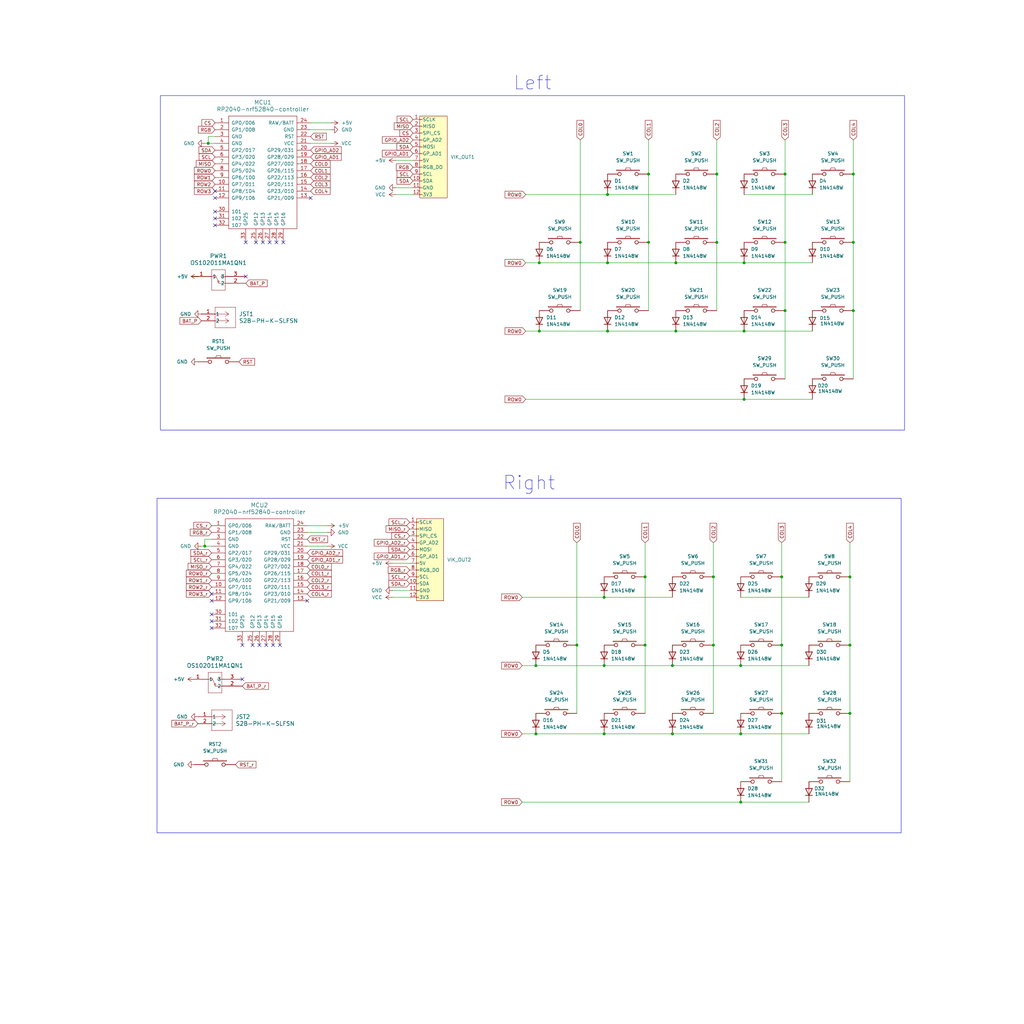
<source format=kicad_sch>
(kicad_sch (version 20231120) (generator "eeschema") (generator_version "8.0")
  (paper "User" 381 381)
  (title_block (title "Whiplaesh") (date "2024-10-21") (rev "0.1") (comment 1 "made by ykz89"))
  (lib_symbols
    (symbol "2024-10-29_23-28-51:OS102011MA1QN1" (pin_names (offset 0.254))
      (property "Reference" "SW" (at 10.16 7.62 0))
      (property "Value" "OS102011MA1QN1" (at 10.16 5.08 0))
      (symbol "OS102011MA1QN1_1_1"
        (pin unspecified line (at 0 0 0) (length 7.62) (name "1") (number "1"))
        (pin unspecified line (at 20.32 -2.54 180) (length 7.62) (name "2") (number "2"))
        (pin unspecified line (at 20.32 0 180) (length 7.62) (name "3") (number "3"))
      )
    )
    (symbol "CONN_S2B-PH-K-S_JST:S2B-PH-K-SLFSN" (pin_names (offset 0.254))
      (property "Reference" "J" (at 8.89 6.35 0))
      (property "Value" "S2B-PH-K-SLFSN" (at 0 0 0))
      (symbol "S2B-PH-K-SLFSN_1_1"
        (pin unspecified line (at 0 0 0) (length 5.08) (name "1") (number "1"))
        (pin unspecified line (at 0 -2.54 0) (length 5.08) (name "2") (number "2"))
      )
    )
    (symbol "Diode:1N4148W" (pin_numbers hide) (pin_names hide)
      (property "Reference" "D" (at 0 2.54 0))
      (property "Value" "1N4148W" (at 0 -2.54 0))
      (symbol "1N4148W_1_1"
        (pin passive line (at -3.81 0 0) (length 2.54) (name "K") (number "1"))
        (pin passive line (at 3.81 0 180) (length 2.54) (name "A") (number "2"))
      )
    )
    (symbol "RP2040-nrf52840-controller:RP2040-nrf52840-controller" (pin_names (offset 1.016))
      (property "Reference" "U" (at 0 22.86 0))
      (property "Value" "RP2040-nrf52840-controller" (at 0 2.54 90))
      (symbol "RP2040-nrf52840-controller_1_1"
        (pin input line (at -17.78 17.78 0) (length 5.08) (name "GP0/006") (number "1"))
        (pin input line (at -17.78 -5.08 0) (length 5.08) (name "GP7/011") (number "10"))
        (pin input line (at -17.78 -7.62 0) (length 5.08) (name "GP8/104") (number "11"))
        (pin input line (at -17.78 -10.16 0) (length 5.08) (name "GP9/106") (number "12"))
        (pin input line (at 17.78 -10.16 180) (length 5.08) (name "GP21/009") (number "13"))
        (pin input line (at 17.78 -7.62 180) (length 5.08) (name "GP23/010") (number "14"))
        (pin input line (at 17.78 -5.08 180) (length 5.08) (name "GP20/111") (number "15"))
        (pin input line (at 17.78 -2.54 180) (length 5.08) (name "GP22/113") (number "16"))
        (pin input line (at 17.78 0 180) (length 5.08) (name "GP26/115") (number "17"))
        (pin input line (at 17.78 2.54 180) (length 5.08) (name "GP27/002") (number "18"))
        (pin input line (at 17.78 5.08 180) (length 5.08) (name "GP28/029") (number "19"))
        (pin input line (at -17.78 15.24 0) (length 5.08) (name "GP1/008") (number "2"))
        (pin input line (at 17.78 7.62 180) (length 5.08) (name "GP29/031") (number "20"))
        (pin input line (at 17.78 10.16 180) (length 5.08) (name "VCC") (number "21"))
        (pin input line (at 17.78 12.7 180) (length 5.08) (name "RST") (number "22"))
        (pin input line (at 17.78 15.24 180) (length 5.08) (name "GND") (number "23"))
        (pin input line (at 17.78 17.78 180) (length 5.08) (name "RAW/BATT") (number "24"))
        (pin input line (at -2.54 -26.67 90) (length 5.08) (name "GP12") (number "25"))
        (pin input line (at 0 -26.67 90) (length 5.08) (name "GP13") (number "26"))
        (pin input line (at 2.54 -26.67 90) (length 5.08) (name "GP14") (number "27"))
        (pin input line (at 5.08 -26.67 90) (length 5.08) (name "GP15") (number "28"))
        (pin input line (at 7.62 -26.67 90) (length 5.08) (name "GP16") (number "29"))
        (pin input line (at -17.78 12.7 0) (length 5.08) (name "GND") (number "3"))
        (pin input line (at -17.78 -15.24 0) (length 5.08) (name "101") (number "30"))
        (pin input line (at -17.78 -17.78 0) (length 5.08) (name "102") (number "31"))
        (pin input line (at -17.78 -20.32 0) (length 5.08) (name "107") (number "32"))
        (pin input line (at -6.35 -26.67 90) (length 5.08) (name "GP25") (number "33"))
        (pin input line (at -17.78 10.16 0) (length 5.08) (name "GND") (number "4"))
        (pin input line (at -17.78 7.62 0) (length 5.08) (name "GP2/017") (number "5"))
        (pin input line (at -17.78 5.08 0) (length 5.08) (name "GP3/020") (number "6"))
        (pin input line (at -17.78 2.54 0) (length 5.08) (name "GP4/022") (number "7"))
        (pin input line (at -17.78 0 0) (length 5.08) (name "GP5/024") (number "8"))
        (pin input line (at -17.78 -2.54 0) (length 5.08) (name "GP6/100") (number "9"))
      )
    )
    (symbol "kbd:SW_PUSH" (pin_numbers hide) (pin_names (offset 1.016) hide)
      (property "Reference" "SW" (at 3.81 2.794 0))
      (property "Value" "SW_PUSH" (at 0 -2.032 0))
      (symbol "SW_PUSH_0_1"
        (pin passive inverted (at -7.62 0 0) (length 5.08) (name "1") (number "1"))
        (pin passive inverted (at 7.62 0 180) (length 5.08) (name "2") (number "2"))
      )
    )
    (symbol "power:+5V" (power) (pin_numbers hide) (pin_names (offset 0) hide)
      (property "Value" "+5V" (at 0 3.556 0))
      (symbol "+5V_1_1"
        (pin power_in line (at 0 0 90) (length 0) (name "~") (number "1"))
      )
    )
    (symbol "power:GND" (power) (pin_numbers hide) (pin_names (offset 0) hide)
      (property "Value" "GND" (at 0 -3.81 0))
      (symbol "GND_1_1"
        (pin power_in line (at 0 0 270) (length 0) (name "~") (number "1"))
      )
    )
    (symbol "power:VCC" (power) (pin_numbers hide) (pin_names (offset 0) hide)
      (property "Value" "VCC" (at 0 3.556 0))
      (symbol "VCC_1_1"
        (pin power_in line (at 0 0 90) (length 0) (name "~") (number "1"))
      )
    )
    (symbol "vik:vik-module-connector" (pin_names (offset 1))
      (property "Reference" "J" (at 0 15.875 0))
      (symbol "vik-module-connector_1_1"
        (pin output line (at -7.62 12.7 0) (length 2.54) (name "SCLK") (number "1"))
        (pin bidirectional line (at -7.62 -10.16 0) (length 2.54) (name "SDA") (number "10"))
        (pin power_out line (at -7.62 -12.7 0) (length 2.54) (name "GND") (number "11"))
        (pin power_out line (at -7.62 -15.24 0) (length 2.54) (name "3V3") (number "12"))
        (pin tri_state line (at -7.62 10.16 0) (length 2.54) (name "MISO") (number "2"))
        (pin output line (at -7.62 7.62 0) (length 2.54) (name "SPI_CS") (number "3"))
        (pin bidirectional line (at -7.62 5.08 0) (length 2.54) (name "GP_AD2") (number "4"))
        (pin output line (at -7.62 2.54 0) (length 2.54) (name "MOSI") (number "5"))
        (pin bidirectional line (at -7.62 0 0) (length 2.54) (name "GP_AD1") (number "6"))
        (pin power_out line (at -7.62 -2.54 0) (length 2.54) (name "5V") (number "7"))
        (pin output line (at -7.62 -5.08 0) (length 2.54) (name "RGB_DO") (number "8"))
        (pin bidirectional line (at -7.62 -7.62 0) (length 2.54) (name "SCL") (number "9"))
      )
    )
  )
  (junction (at 266.7 90.17))
  (junction (at 275.59 298.45))
  (junction (at 215.9 90.17))
  (junction (at 240.03 240.03))
  (junction (at 317.5 90.17))
  (junction (at 199.39 273.05))
  (junction (at 250.19 273.05))
  (junction (at 317.5 64.77))
  (junction (at 316.23 240.03))
  (junction (at 226.06 123.19))
  (junction (at 250.19 247.65))
  (junction (at 240.03 214.63))
  (junction (at 241.3 90.17))
  (junction (at 276.86 97.79))
  (junction (at 265.43 214.63))
  (junction (at 224.79 222.25))
  (junction (at 265.43 240.03))
  (junction (at 275.59 247.65))
  (junction (at 290.83 214.63))
  (junction (at 224.79 247.65))
  (junction (at 251.46 97.79))
  (junction (at 241.3 64.77))
  (junction (at 317.5 115.57))
  (junction (at 199.39 247.65))
  (junction (at 316.23 214.63))
  (junction (at 77.47 53.34))
  (junction (at 292.1 90.17))
  (junction (at 276.86 148.59))
  (junction (at 275.59 273.05))
  (junction (at 214.63 240.03))
  (junction (at 224.79 273.05))
  (junction (at 292.1 115.57))
  (junction (at 226.06 72.39))
  (junction (at 200.66 123.19))
  (junction (at 290.83 240.03))
  (junction (at 276.86 123.19))
  (junction (at 290.83 265.43))
  (junction (at 226.06 97.79))
  (junction (at 76.2 203.2))
  (junction (at 251.46 123.19))
  (junction (at 200.66 97.79))
  (junction (at 266.7 64.77))
  (junction (at 316.23 265.43))
  (junction (at 292.1 64.77))
  (no_connect (at 99.06 240.03))
  (no_connect (at 102.87 90.17))
  (no_connect (at 80.01 71.12))
  (no_connect (at 90.17 252.73))
  (no_connect (at 93.98 240.03))
  (no_connect (at 80.01 81.28))
  (no_connect (at 91.44 102.87))
  (no_connect (at 114.3 223.52))
  (no_connect (at 80.01 83.82))
  (no_connect (at 78.74 231.14))
  (no_connect (at 78.74 220.98))
  (no_connect (at 80.01 78.74))
  (no_connect (at 105.41 90.17))
  (no_connect (at 104.14 240.03))
  (no_connect (at 96.52 240.03))
  (no_connect (at 100.33 90.17))
  (no_connect (at 97.79 90.17))
  (no_connect (at 101.6 240.03))
  (no_connect (at 78.74 228.6))
  (no_connect (at 95.25 90.17))
  (no_connect (at 78.74 233.68))
  (no_connect (at 90.17 240.03))
  (no_connect (at 78.74 223.52))
  (no_connect (at 115.57 73.66))
  (no_connect (at 91.44 90.17))
  (no_connect (at 80.01 73.66))
  (wire (pts (xy 214.63 201.93) (xy 214.63 240.03)))
  (wire (pts (xy 195.58 97.79) (xy 200.66 97.79)))
  (wire (pts (xy 214.63 240.03) (xy 214.63 265.43)))
  (wire (pts (xy 123.19 45.72) (xy 115.57 45.72)))
  (wire (pts (xy 316.23 201.93) (xy 316.23 214.63)))
  (wire (pts (xy 292.1 52.07) (xy 292.1 64.77)))
  (wire (pts (xy 251.46 123.19) (xy 276.86 123.19)))
  (wire (pts (xy 72.39 252.73) (xy 69.85 252.73)))
  (wire (pts (xy 290.83 214.63) (xy 290.83 240.03)))
  (wire (pts (xy 147.32 59.69) (xy 153.67 59.69)))
  (wire (pts (xy 195.58 123.19) (xy 200.66 123.19)))
  (wire (pts (xy 199.39 273.05) (xy 224.79 273.05)))
  (wire (pts (xy 265.43 201.93) (xy 265.43 214.63)))
  (wire (pts (xy 121.92 195.58) (xy 114.3 195.58)))
  (wire (pts (xy 302.26 123.19) (xy 276.86 123.19)))
  (wire (pts (xy 77.47 50.8) (xy 77.47 53.34)))
  (wire (pts (xy 300.99 273.05) (xy 275.59 273.05)))
  (wire (pts (xy 240.03 240.03) (xy 240.03 265.43)))
  (wire (pts (xy 146.05 209.55) (xy 152.4 209.55)))
  (wire (pts (xy 226.06 123.19) (xy 251.46 123.19)))
  (wire (pts (xy 292.1 90.17) (xy 292.1 115.57)))
  (wire (pts (xy 123.19 53.34) (xy 115.57 53.34)))
  (wire (pts (xy 240.03 214.63) (xy 240.03 240.03)))
  (wire (pts (xy 316.23 265.43) (xy 316.23 290.83)))
  (wire (pts (xy 147.32 69.85) (xy 153.67 69.85)))
  (wire (pts (xy 240.03 201.93) (xy 240.03 214.63)))
  (wire (pts (xy 292.1 64.77) (xy 292.1 90.17)))
  (wire (pts (xy 302.26 97.79) (xy 276.86 97.79)))
  (wire (pts (xy 266.7 90.17) (xy 266.7 115.57)))
  (wire (pts (xy 316.23 240.03) (xy 316.23 265.43)))
  (wire (pts (xy 266.7 64.77) (xy 266.7 90.17)))
  (wire (pts (xy 195.58 148.59) (xy 276.86 148.59)))
  (wire (pts (xy 276.86 72.39) (xy 302.26 72.39)))
  (wire (pts (xy 290.83 265.43) (xy 290.83 290.83)))
  (wire (pts (xy 77.47 53.34) (xy 80.01 53.34)))
  (wire (pts (xy 275.59 222.25) (xy 300.99 222.25)))
  (wire (pts (xy 195.58 72.39) (xy 226.06 72.39)))
  (wire (pts (xy 241.3 52.07) (xy 241.3 64.77)))
  (wire (pts (xy 317.5 52.07) (xy 317.5 64.77)))
  (wire (pts (xy 317.5 90.17) (xy 317.5 115.57)))
  (wire (pts (xy 241.3 64.77) (xy 241.3 90.17)))
  (wire (pts (xy 224.79 222.25) (xy 250.19 222.25)))
  (wire (pts (xy 316.23 214.63) (xy 316.23 240.03)))
  (wire (pts (xy 194.31 222.25) (xy 224.79 222.25)))
  (wire (pts (xy 80.01 50.8) (xy 77.47 50.8)))
  (wire (pts (xy 300.99 298.45) (xy 275.59 298.45)))
  (wire (pts (xy 200.66 123.19) (xy 226.06 123.19)))
  (wire (pts (xy 317.5 64.77) (xy 317.5 90.17)))
  (wire (pts (xy 302.26 148.59) (xy 276.86 148.59)))
  (wire (pts (xy 215.9 90.17) (xy 215.9 115.57)))
  (wire (pts (xy 224.79 247.65) (xy 250.19 247.65)))
  (wire (pts (xy 123.19 48.26) (xy 115.57 48.26)))
  (wire (pts (xy 241.3 90.17) (xy 241.3 115.57)))
  (wire (pts (xy 290.83 201.93) (xy 290.83 214.63)))
  (wire (pts (xy 76.2 53.34) (xy 77.47 53.34)))
  (wire (pts (xy 300.99 247.65) (xy 275.59 247.65)))
  (wire (pts (xy 317.5 115.57) (xy 317.5 140.97)))
  (wire (pts (xy 266.7 52.07) (xy 266.7 64.77)))
  (wire (pts (xy 215.9 52.07) (xy 215.9 90.17)))
  (wire (pts (xy 292.1 115.57) (xy 292.1 140.97)))
  (wire (pts (xy 194.31 298.45) (xy 275.59 298.45)))
  (wire (pts (xy 224.79 273.05) (xy 250.19 273.05)))
  (wire (pts (xy 146.05 219.71) (xy 152.4 219.71)))
  (wire (pts (xy 76.2 200.66) (xy 76.2 203.2)))
  (wire (pts (xy 74.93 203.2) (xy 76.2 203.2)))
  (wire (pts (xy 121.92 198.12) (xy 114.3 198.12)))
  (wire (pts (xy 290.83 240.03) (xy 290.83 265.43)))
  (wire (pts (xy 265.43 240.03) (xy 265.43 265.43)))
  (wire (pts (xy 250.19 247.65) (xy 275.59 247.65)))
  (wire (pts (xy 226.06 72.39) (xy 251.46 72.39)))
  (wire (pts (xy 194.31 247.65) (xy 199.39 247.65)))
  (wire (pts (xy 76.2 203.2) (xy 78.74 203.2)))
  (wire (pts (xy 121.92 203.2) (xy 114.3 203.2)))
  (wire (pts (xy 194.31 273.05) (xy 199.39 273.05)))
  (wire (pts (xy 200.66 97.79) (xy 226.06 97.79)))
  (wire (pts (xy 226.06 97.79) (xy 251.46 97.79)))
  (wire (pts (xy 147.32 72.39) (xy 153.67 72.39)))
  (wire (pts (xy 199.39 247.65) (xy 224.79 247.65)))
  (wire (pts (xy 250.19 273.05) (xy 275.59 273.05)))
  (wire (pts (xy 78.74 200.66) (xy 76.2 200.66)))
  (wire (pts (xy 265.43 214.63) (xy 265.43 240.03)))
  (wire (pts (xy 251.46 97.79) (xy 276.86 97.79)))
  (wire (pts (xy 146.05 222.25) (xy 152.4 222.25)))
  (wire (pts (xy 73.66 102.87) (xy 71.12 102.87)))
  (rectangle (start 59.69 35.56) (end 336.55 160.02))
  (rectangle (start 58.42 185.42) (end 335.28 309.88))
  (text "Left" (at 198.12 30.988 0) (effects (font (size 5.08 5.08))))
  (text "Right" (at 196.85 179.832 0) (effects (font (size 5.08 5.08))))
  (global_label "COL4_r" (shape input) (at 114.3 220.98 0) (property "Intersheetrefs" "${INTERSHEET_REFS}" (effects (hide yes))))
  (global_label "COL2" (shape input) (at 115.57 66.04 0) (property "Intersheetrefs" "${INTERSHEET_REFS}" (effects (hide yes))))
  (global_label "SDA" (shape input) (at 153.67 54.61 180) (property "Intersheetrefs" "${INTERSHEET_REFS}" (effects (hide yes))))
  (global_label "ROW0" (shape input) (at 194.31 247.65 180) (property "Intersheetrefs" "${INTERSHEET_REFS}" (effects (hide yes))))
  (global_label "COL0" (shape input) (at 214.63 201.93 90) (property "Intersheetrefs" "${INTERSHEET_REFS}" (effects (hide yes))))
  (global_label "ROW3" (shape input) (at 80.01 71.12 180) (property "Intersheetrefs" "${INTERSHEET_REFS}" (effects (hide yes))))
  (global_label "ROW1_r" (shape input) (at 78.74 215.9 180) (property "Intersheetrefs" "${INTERSHEET_REFS}" (effects (hide yes))))
  (global_label "GPIO_AD2_r" (shape input) (at 114.3 205.74 0) (property "Intersheetrefs" "${INTERSHEET_REFS}" (effects (hide yes))))
  (global_label "CS_r" (shape input) (at 78.74 195.58 180) (property "Intersheetrefs" "${INTERSHEET_REFS}" (effects (hide yes))))
  (global_label "COL3" (shape input) (at 290.83 201.93 90) (property "Intersheetrefs" "${INTERSHEET_REFS}" (effects (hide yes))))
  (global_label "CS" (shape input) (at 153.67 49.53 180) (property "Intersheetrefs" "${INTERSHEET_REFS}" (effects (hide yes))))
  (global_label "COL2" (shape input) (at 265.43 201.93 90) (property "Intersheetrefs" "${INTERSHEET_REFS}" (effects (hide yes))))
  (global_label "BAT_P_r" (shape input) (at 90.17 255.27 0) (property "Intersheetrefs" "${INTERSHEET_REFS}" (effects (hide yes))))
  (global_label "GPIO_AD1" (shape input) (at 115.57 58.42 0) (property "Intersheetrefs" "${INTERSHEET_REFS}" (effects (hide yes))))
  (global_label "GPIO_AD1" (shape input) (at 153.67 57.15 180) (property "Intersheetrefs" "${INTERSHEET_REFS}" (effects (hide yes))))
  (global_label "COL4" (shape input) (at 317.5 52.07 90) (property "Intersheetrefs" "${INTERSHEET_REFS}" (effects (hide yes))))
  (global_label "COL4" (shape input) (at 115.57 71.12 0) (property "Intersheetrefs" "${INTERSHEET_REFS}" (effects (hide yes))))
  (global_label "COL2_r" (shape input) (at 114.3 215.9 0) (property "Intersheetrefs" "${INTERSHEET_REFS}" (effects (hide yes))))
  (global_label "RGB_r" (shape input) (at 78.74 198.12 180) (property "Intersheetrefs" "${INTERSHEET_REFS}" (effects (hide yes))))
  (global_label "SDA_r" (shape input) (at 78.74 205.74 180) (property "Intersheetrefs" "${INTERSHEET_REFS}" (effects (hide yes))))
  (global_label "ROW3_r" (shape input) (at 78.74 220.98 180) (property "Intersheetrefs" "${INTERSHEET_REFS}" (effects (hide yes))))
  (global_label "COL0" (shape input) (at 215.9 52.07 90) (property "Intersheetrefs" "${INTERSHEET_REFS}" (effects (hide yes))))
  (global_label "GPIO_AD2_r" (shape input) (at 152.4 201.93 180) (property "Intersheetrefs" "${INTERSHEET_REFS}" (effects (hide yes))))
  (global_label "ROW1" (shape input) (at 80.01 66.04 180) (property "Intersheetrefs" "${INTERSHEET_REFS}" (effects (hide yes))))
  (global_label "SCL" (shape input) (at 80.01 58.42 180) (property "Intersheetrefs" "${INTERSHEET_REFS}" (effects (hide yes))))
  (global_label "MISO" (shape input) (at 153.67 46.99 180) (property "Intersheetrefs" "${INTERSHEET_REFS}" (effects (hide yes))))
  (global_label "GPIO_AD1_r" (shape input) (at 152.4 207.01 180) (property "Intersheetrefs" "${INTERSHEET_REFS}" (effects (hide yes))))
  (global_label "BAT_P" (shape input) (at 91.44 105.41 0) (property "Intersheetrefs" "${INTERSHEET_REFS}" (effects (hide yes))))
  (global_label "MISO" (shape input) (at 80.01 60.96 180) (property "Intersheetrefs" "${INTERSHEET_REFS}" (effects (hide yes))))
  (global_label "ROW0" (shape input) (at 194.31 222.25 180) (property "Intersheetrefs" "${INTERSHEET_REFS}" (effects (hide yes))))
  (global_label "GPIO_AD1_r" (shape input) (at 114.3 208.28 0) (property "Intersheetrefs" "${INTERSHEET_REFS}" (effects (hide yes))))
  (global_label "COL3" (shape input) (at 115.57 68.58 0) (property "Intersheetrefs" "${INTERSHEET_REFS}" (effects (hide yes))))
  (global_label "COL2" (shape input) (at 266.7 52.07 90) (property "Intersheetrefs" "${INTERSHEET_REFS}" (effects (hide yes))))
  (global_label "COL1" (shape input) (at 240.03 201.93 90) (property "Intersheetrefs" "${INTERSHEET_REFS}" (effects (hide yes))))
  (global_label "SCL_r" (shape input) (at 152.4 194.31 180) (property "Intersheetrefs" "${INTERSHEET_REFS}" (effects (hide yes))))
  (global_label "RST" (shape input) (at 115.57 50.8 0) (property "Intersheetrefs" "${INTERSHEET_REFS}" (effects (hide yes))))
  (global_label "RST_r" (shape input) (at 114.3 200.66 0) (property "Intersheetrefs" "${INTERSHEET_REFS}" (effects (hide yes))))
  (global_label "CS_r" (shape input) (at 152.4 199.39 180) (property "Intersheetrefs" "${INTERSHEET_REFS}" (effects (hide yes))))
  (global_label "SDA_r" (shape input) (at 152.4 217.17 180) (property "Intersheetrefs" "${INTERSHEET_REFS}" (effects (hide yes))))
  (global_label "SCL_r" (shape input) (at 78.74 208.28 180) (property "Intersheetrefs" "${INTERSHEET_REFS}" (effects (hide yes))))
  (global_label "GPIO_AD2" (shape input) (at 115.57 55.88 0) (property "Intersheetrefs" "${INTERSHEET_REFS}" (effects (hide yes))))
  (global_label "ROW2" (shape input) (at 80.01 68.58 180) (property "Intersheetrefs" "${INTERSHEET_REFS}" (effects (hide yes))))
  (global_label "ROW0" (shape input) (at 194.31 298.45 180) (property "Intersheetrefs" "${INTERSHEET_REFS}" (effects (hide yes))))
  (global_label "RGB" (shape input) (at 80.01 48.26 180) (property "Intersheetrefs" "${INTERSHEET_REFS}" (effects (hide yes))))
  (global_label "COL1" (shape input) (at 241.3 52.07 90) (property "Intersheetrefs" "${INTERSHEET_REFS}" (effects (hide yes))))
  (global_label "COL3" (shape input) (at 292.1 52.07 90) (property "Intersheetrefs" "${INTERSHEET_REFS}" (effects (hide yes))))
  (global_label "ROW0" (shape input) (at 195.58 72.39 180) (property "Intersheetrefs" "${INTERSHEET_REFS}" (effects (hide yes))))
  (global_label "COL0_r" (shape input) (at 114.3 210.82 0) (property "Intersheetrefs" "${INTERSHEET_REFS}" (effects (hide yes))))
  (global_label "RGB_r" (shape input) (at 152.4 212.09 180) (property "Intersheetrefs" "${INTERSHEET_REFS}" (effects (hide yes))))
  (global_label "CS" (shape input) (at 80.01 45.72 180) (property "Intersheetrefs" "${INTERSHEET_REFS}" (effects (hide yes))))
  (global_label "ROW0" (shape input) (at 195.58 123.19 180) (property "Intersheetrefs" "${INTERSHEET_REFS}" (effects (hide yes))))
  (global_label "COL0" (shape input) (at 115.57 60.96 0) (property "Intersheetrefs" "${INTERSHEET_REFS}" (effects (hide yes))))
  (global_label "SDA" (shape input) (at 80.01 55.88 180) (property "Intersheetrefs" "${INTERSHEET_REFS}" (effects (hide yes))))
  (global_label "RST" (shape input) (at 88.9 134.62 0) (property "Intersheetrefs" "${INTERSHEET_REFS}" (effects (hide yes))))
  (global_label "GPIO_AD2" (shape input) (at 153.67 52.07 180) (property "Intersheetrefs" "${INTERSHEET_REFS}" (effects (hide yes))))
  (global_label "ROW0_r" (shape input) (at 78.74 213.36 180) (property "Intersheetrefs" "${INTERSHEET_REFS}" (effects (hide yes))))
  (global_label "MISO_r" (shape input) (at 152.4 196.85 180) (property "Intersheetrefs" "${INTERSHEET_REFS}" (effects (hide yes))))
  (global_label "RST_r" (shape input) (at 87.63 284.48 0) (property "Intersheetrefs" "${INTERSHEET_REFS}" (effects (hide yes))))
  (global_label "BAT_P" (shape input) (at 74.93 119.38 180) (property "Intersheetrefs" "${INTERSHEET_REFS}" (effects (hide yes))))
  (global_label "SCL_r" (shape input) (at 152.4 214.63 180) (property "Intersheetrefs" "${INTERSHEET_REFS}" (effects (hide yes))))
  (global_label "COL3_r" (shape input) (at 114.3 218.44 0) (property "Intersheetrefs" "${INTERSHEET_REFS}" (effects (hide yes))))
  (global_label "ROW0" (shape input) (at 195.58 148.59 180) (property "Intersheetrefs" "${INTERSHEET_REFS}" (effects (hide yes))))
  (global_label "MISO_r" (shape input) (at 78.74 210.82 180) (property "Intersheetrefs" "${INTERSHEET_REFS}" (effects (hide yes))))
  (global_label "BAT_P_r" (shape input) (at 73.66 269.24 180) (property "Intersheetrefs" "${INTERSHEET_REFS}" (effects (hide yes))))
  (global_label "SCL" (shape input) (at 153.67 44.45 180) (property "Intersheetrefs" "${INTERSHEET_REFS}" (effects (hide yes))))
  (global_label "ROW2_r" (shape input) (at 78.74 218.44 180) (property "Intersheetrefs" "${INTERSHEET_REFS}" (effects (hide yes))))
  (global_label "RGB" (shape input) (at 153.67 62.23 180) (property "Intersheetrefs" "${INTERSHEET_REFS}" (effects (hide yes))))
  (global_label "SCL" (shape input) (at 153.67 64.77 180) (property "Intersheetrefs" "${INTERSHEET_REFS}" (effects (hide yes))))
  (global_label "ROW0" (shape input) (at 80.01 63.5 180) (property "Intersheetrefs" "${INTERSHEET_REFS}" (effects (hide yes))))
  (global_label "COL4" (shape input) (at 316.23 201.93 90) (property "Intersheetrefs" "${INTERSHEET_REFS}" (effects (hide yes))))
  (global_label "COL1_r" (shape input) (at 114.3 213.36 0) (property "Intersheetrefs" "${INTERSHEET_REFS}" (effects (hide yes))))
  (global_label "ROW0" (shape input) (at 195.58 97.79 180) (property "Intersheetrefs" "${INTERSHEET_REFS}" (effects (hide yes))))
  (global_label "COL1" (shape input) (at 115.57 63.5 0) (property "Intersheetrefs" "${INTERSHEET_REFS}" (effects (hide yes))))
  (global_label "SDA_r" (shape input) (at 152.4 204.47 180) (property "Intersheetrefs" "${INTERSHEET_REFS}" (effects (hide yes))))
  (global_label "SDA" (shape input) (at 153.67 67.31 180) (property "Intersheetrefs" "${INTERSHEET_REFS}" (effects (hide yes))))
  (global_label "ROW0" (shape input) (at 194.31 273.05 180) (property "Intersheetrefs" "${INTERSHEET_REFS}" (effects (hide yes))))
  (symbol (lib_id "power:+5V") (at 121.92 195.58 270) (unit 1)
    (property "Reference" "#PWR015" (effects (hide yes)))
    (property "Value" "+5V" (at 125.73 195.5799 90) (effects (justify left)))
    (property "Description" "Power symbol creates a global label with name \"+5V\"" (effects (hide yes)))
  )
  (symbol (lib_id "power:GND") (at 147.32 69.85 270) (unit 1)
    (property "Reference" "#PWR05" (effects (hide yes)))
    (property "Value" "GND" (at 143.51 69.8499 90) (effects (justify right)))
    (property "Description" "Power symbol creates a global label with name \"GND\" , ground" (effects (hide yes)))
  )
  (symbol (lib_id "Diode:1N4148W") (at 199.39 243.84 90) (unit 1)
    (property "Reference" "D5" (at 201.93 242.5699 90) (effects (justify right)))
    (property "Value" "1N4148W" (at 201.93 245.1099 90) (effects (justify right)))
    (property "Footprint" "Diode_SMD:D_SOD-123" (effects (hide yes)))
    (property "Datasheet" "https://www.vishay.com/docs/85748/1n4148w.pdf" (effects (hide yes)))
    (property "Description" "75V 0.15A Fast Switching Diode, SOD-123" (effects (hide yes)))
    (property "Sim.Device" "D" (effects (hide yes)))
    (property "Sim.Pins" "1=K 2=A" (effects (hide yes)))
  )
  (symbol (lib_id "kbd:SW_PUSH") (at 259.08 90.17 0) (unit 1)
    (property "Reference" "SW11" (at 259.08 82.55 0))
    (property "Value" "SW_PUSH" (at 259.08 85.09 0))
  )
  (symbol (lib_id "power:GND") (at 74.93 116.84 270) (unit 1)
    (property "Reference" "#PWR03" (effects (hide yes)))
    (property "Value" "GND" (at 71.12 116.8399 90) (effects (justify right)))
    (property "Description" "Power symbol creates a global label with name \"GND\" , ground" (effects (hide yes)))
  )
  (symbol (lib_id "kbd:SW_PUSH") (at 257.81 214.63 0) (unit 1)
    (property "Reference" "SW6" (at 257.81 207.01 0))
    (property "Value" "SW_PUSH" (at 257.81 209.55 0))
  )
  (symbol (lib_id "kbd:SW_PUSH") (at 80.01 284.48 0) (unit 1)
    (property "Reference" "RST2" (at 80.01 276.86 0))
    (property "Value" "SW_PUSH" (at 80.01 279.4 0))
  )
  (symbol (lib_id "kbd:SW_PUSH") (at 232.41 240.03 0) (unit 1)
    (property "Reference" "SW15" (at 232.41 232.41 0))
    (property "Value" "SW_PUSH" (at 232.41 234.95 0))
  )
  (symbol (lib_id "kbd:SW_PUSH") (at 309.88 115.57 0) (mirror y) (unit 1)
    (property "Reference" "SW23" (at 309.88 107.95 0))
    (property "Value" "SW_PUSH" (at 309.88 110.49 0))
  )
  (symbol (lib_id "Diode:1N4148W") (at 276.86 144.78 90) (unit 1)
    (property "Reference" "D19" (at 279.4 143.5099 90) (effects (justify right)))
    (property "Value" "1N4148W" (at 279.4 146.0499 90) (effects (justify right)))
    (property "Footprint" "Diode_SMD:D_SOD-123" (effects (hide yes)))
    (property "Datasheet" "https://www.vishay.com/docs/85748/1n4148w.pdf" (effects (hide yes)))
    (property "Description" "75V 0.15A Fast Switching Diode, SOD-123" (effects (hide yes)))
    (property "Sim.Device" "D" (effects (hide yes)))
    (property "Sim.Pins" "1=K 2=A" (effects (hide yes)))
  )
  (symbol (lib_id "power:+5V") (at 72.39 252.73 90) (unit 1)
    (property "Reference" "#PWR011" (effects (hide yes)))
    (property "Value" "+5V" (at 68.58 252.7299 90) (effects (justify left)))
    (property "Description" "Power symbol creates a global label with name \"+5V\"" (effects (hide yes)))
  )
  (symbol (lib_id "power:VCC") (at 121.92 203.2 270) (unit 1)
    (property "Reference" "#PWR017" (effects (hide yes)))
    (property "Value" "VCC" (at 125.73 203.1999 90) (effects (justify left)))
    (property "Description" "Power symbol creates a global label with name \"VCC\"" (effects (hide yes)))
  )
  (symbol (lib_id "kbd:SW_PUSH") (at 308.61 214.63 0) (unit 1)
    (property "Reference" "SW8" (at 308.61 207.01 0))
    (property "Value" "SW_PUSH" (at 308.61 209.55 0))
  )
  (symbol (lib_id "power:GND") (at 146.05 219.71 270) (unit 1)
    (property "Reference" "#PWR019" (effects (hide yes)))
    (property "Value" "GND" (at 142.24 219.7099 90) (effects (justify right)))
    (property "Description" "Power symbol creates a global label with name \"GND\" , ground" (effects (hide yes)))
  )
  (symbol (lib_id "kbd:SW_PUSH") (at 284.48 64.77 0) (unit 1)
    (property "Reference" "SW3" (at 284.48 57.15 0))
    (property "Value" "SW_PUSH" (at 284.48 59.69 0))
  )
  (symbol (lib_id "Diode:1N4148W") (at 276.86 119.38 90) (unit 1)
    (property "Reference" "D14" (at 279.4 118.1099 90) (effects (justify right)))
    (property "Value" "1N4148W" (at 279.4 120.6499 90) (effects (justify right)))
    (property "Footprint" "Diode_SMD:D_SOD-123" (effects (hide yes)))
    (property "Datasheet" "https://www.vishay.com/docs/85748/1n4148w.pdf" (effects (hide yes)))
    (property "Description" "75V 0.15A Fast Switching Diode, SOD-123" (effects (hide yes)))
    (property "Sim.Device" "D" (effects (hide yes)))
    (property "Sim.Pins" "1=K 2=A" (effects (hide yes)))
  )
  (symbol (lib_id "power:GND") (at 73.66 134.62 270) (unit 1)
    (property "Reference" "#PWR010" (effects (hide yes)))
    (property "Value" "GND" (at 69.85 134.6199 90) (effects (justify right)))
    (property "Description" "Power symbol creates a global label with name \"GND\" , ground" (effects (hide yes)))
  )
  (symbol (lib_id "Diode:1N4148W") (at 276.86 68.58 90) (unit 1)
    (property "Reference" "D3" (at 279.4 67.3099 90) (effects (justify right)))
    (property "Value" "1N4148W" (at 279.4 69.8499 90) (effects (justify right)))
    (property "Footprint" "Diode_SMD:D_SOD-123" (effects (hide yes)))
    (property "Datasheet" "https://www.vishay.com/docs/85748/1n4148w.pdf" (effects (hide yes)))
    (property "Description" "75V 0.15A Fast Switching Diode, SOD-123" (effects (hide yes)))
    (property "Sim.Device" "D" (effects (hide yes)))
    (property "Sim.Pins" "1=K 2=A" (effects (hide yes)))
  )
  (symbol (lib_id "Diode:1N4148W") (at 300.99 218.44 90) (unit 1)
    (property "Reference" "D29" (at 303.53 217.1699 90) (effects (justify right)))
    (property "Value" "1N4148W" (at 303.53 219.7099 90) (effects (justify right)))
    (property "Footprint" "Diode_SMD:D_SOD-123" (effects (hide yes)))
    (property "Datasheet" "https://www.vishay.com/docs/85748/1n4148w.pdf" (effects (hide yes)))
    (property "Description" "75V 0.15A Fast Switching Diode, SOD-123" (effects (hide yes)))
    (property "Sim.Device" "D" (effects (hide yes)))
    (property "Sim.Pins" "1=K 2=A" (effects (hide yes)))
  )
  (symbol (lib_id "kbd:SW_PUSH") (at 233.68 90.17 0) (unit 1)
    (property "Reference" "SW10" (at 233.68 82.55 0))
    (property "Value" "SW_PUSH" (at 233.68 85.09 0))
  )
  (symbol (lib_id "kbd:SW_PUSH") (at 81.28 134.62 0) (unit 1)
    (property "Reference" "RST1" (at 81.28 127 0))
    (property "Value" "SW_PUSH" (at 81.28 129.54 0))
  )
  (symbol (lib_id "Diode:1N4148W") (at 200.66 93.98 90) (unit 1)
    (property "Reference" "D6" (at 203.2 92.7099 90) (effects (justify right)))
    (property "Value" "1N4148W" (at 203.2 95.2499 90) (effects (justify right)))
    (property "Footprint" "Diode_SMD:D_SOD-123" (effects (hide yes)))
    (property "Datasheet" "https://www.vishay.com/docs/85748/1n4148w.pdf" (effects (hide yes)))
    (property "Description" "75V 0.15A Fast Switching Diode, SOD-123" (effects (hide yes)))
    (property "Sim.Device" "D" (effects (hide yes)))
    (property "Sim.Pins" "1=K 2=A" (effects (hide yes)))
  )
  (symbol (lib_id "2024-10-29_23-28-51:OS102011MA1QN1") (at 71.12 102.87 0) (unit 1)
    (property "Reference" "PWR1" (at 81.28 95.25 0) (effects (font (size 1.524 1.524))))
    (property "Value" "OS102011MA1QN1" (at 81.28 97.79 0) (effects (font (size 1.524 1.524))))
    (property "Footprint" "OS102011MA1QN1_CNK" (effects (hide yes)))
    (property "Datasheet" "OS102011MA1QN1" (effects (hide yes)))
  )
  (symbol (lib_id "Diode:1N4148W") (at 250.19 269.24 90) (unit 1)
    (property "Reference" "D24" (at 252.73 267.9699 90) (effects (justify right)))
    (property "Value" "1N4148W" (at 252.73 270.5099 90) (effects (justify right)))
    (property "Footprint" "Diode_SMD:D_SOD-123" (effects (hide yes)))
    (property "Datasheet" "https://www.vishay.com/docs/85748/1n4148w.pdf" (effects (hide yes)))
    (property "Description" "75V 0.15A Fast Switching Diode, SOD-123" (effects (hide yes)))
    (property "Sim.Device" "D" (effects (hide yes)))
    (property "Sim.Pins" "1=K 2=A" (effects (hide yes)))
  )
  (symbol (lib_id "power:+5V") (at 73.66 102.87 90) (unit 1)
    (property "Reference" "#PWR04" (effects (hide yes)))
    (property "Value" "+5V" (at 69.85 102.8699 90) (effects (justify left)))
    (property "Description" "Power symbol creates a global label with name \"+5V\"" (effects (hide yes)))
  )
  (symbol (lib_id "RP2040-nrf52840-controller:RP2040-nrf52840-controller") (at 96.52 213.36 0) (unit 1)
    (property "Reference" "MCU2" (at 96.52 187.96 0) (effects (font (size 1.524 1.524))))
    (property "Value" "RP2040-nrf52840-controller" (at 96.52 190.5 0) (effects (font (size 1.524 1.524))))
  )
  (symbol (lib_id "kbd:SW_PUSH") (at 208.28 115.57 0) (unit 1)
    (property "Reference" "SW19" (at 208.28 107.95 0))
    (property "Value" "SW_PUSH" (at 208.28 110.49 0))
  )
  (symbol (lib_id "power:GND") (at 121.92 198.12 90) (unit 1)
    (property "Reference" "#PWR016" (effects (hide yes)))
    (property "Value" "GND" (at 125.73 198.1199 90) (effects (justify right)))
    (property "Description" "Power symbol creates a global label with name \"GND\" , ground" (effects (hide yes)))
  )
  (symbol (lib_id "power:VCC") (at 147.32 72.39 90) (unit 1)
    (property "Reference" "#PWR06" (effects (hide yes)))
    (property "Value" "VCC" (at 143.51 72.3899 90) (effects (justify left)))
    (property "Description" "Power symbol creates a global label with name \"VCC\"" (effects (hide yes)))
  )
  (symbol (lib_id "power:VCC") (at 146.05 222.25 90) (unit 1)
    (property "Reference" "#PWR020" (effects (hide yes)))
    (property "Value" "VCC" (at 142.24 222.2499 90) (effects (justify left)))
    (property "Description" "Power symbol creates a global label with name \"VCC\"" (effects (hide yes)))
  )
  (symbol (lib_id "Diode:1N4148W") (at 275.59 294.64 90) (unit 1)
    (property "Reference" "D28" (at 278.13 293.3699 90) (effects (justify right)))
    (property "Value" "1N4148W" (at 278.13 295.9099 90) (effects (justify right)))
    (property "Footprint" "Diode_SMD:D_SOD-123" (effects (hide yes)))
    (property "Datasheet" "https://www.vishay.com/docs/85748/1n4148w.pdf" (effects (hide yes)))
    (property "Description" "75V 0.15A Fast Switching Diode, SOD-123" (effects (hide yes)))
    (property "Sim.Device" "D" (effects (hide yes)))
    (property "Sim.Pins" "1=K 2=A" (effects (hide yes)))
  )
  (symbol (lib_id "kbd:SW_PUSH") (at 283.21 290.83 0) (unit 1)
    (property "Reference" "SW31" (at 283.21 283.21 0))
    (property "Value" "SW_PUSH" (at 283.21 285.75 0))
  )
  (symbol (lib_id "kbd:SW_PUSH") (at 257.81 265.43 0) (unit 1)
    (property "Reference" "SW26" (at 257.81 257.81 0))
    (property "Value" "SW_PUSH" (at 257.81 260.35 0))
  )
  (symbol (lib_id "Diode:1N4148W") (at 275.59 243.84 90) (unit 1)
    (property "Reference" "D26" (at 278.13 242.5699 90) (effects (justify right)))
    (property "Value" "1N4148W" (at 278.13 245.1099 90) (effects (justify right)))
    (property "Footprint" "Diode_SMD:D_SOD-123" (effects (hide yes)))
    (property "Datasheet" "https://www.vishay.com/docs/85748/1n4148w.pdf" (effects (hide yes)))
    (property "Description" "75V 0.15A Fast Switching Diode, SOD-123" (effects (hide yes)))
    (property "Sim.Device" "D" (effects (hide yes)))
    (property "Sim.Pins" "1=K 2=A" (effects (hide yes)))
  )
  (symbol (lib_id "Diode:1N4148W") (at 199.39 269.24 90) (unit 1)
    (property "Reference" "D16" (at 201.93 267.9699 90) (effects (justify right)))
    (property "Value" "1N4148W" (at 201.93 270.5099 90) (effects (justify right)))
    (property "Footprint" "Diode_SMD:D_SOD-123" (effects (hide yes)))
    (property "Datasheet" "https://www.vishay.com/docs/85748/1n4148w.pdf" (effects (hide yes)))
    (property "Description" "75V 0.15A Fast Switching Diode, SOD-123" (effects (hide yes)))
    (property "Sim.Device" "D" (effects (hide yes)))
    (property "Sim.Pins" "1=K 2=A" (effects (hide yes)))
  )
  (symbol (lib_id "kbd:SW_PUSH") (at 207.01 240.03 0) (unit 1)
    (property "Reference" "SW14" (at 207.01 232.41 0))
    (property "Value" "SW_PUSH" (at 207.01 234.95 0))
  )
  (symbol (lib_id "Diode:1N4148W") (at 251.46 93.98 90) (unit 1)
    (property "Reference" "D8" (at 254 92.7099 90) (effects (justify right)))
    (property "Value" "1N4148W" (at 254 95.2499 90) (effects (justify right)))
    (property "Footprint" "Diode_SMD:D_SOD-123" (effects (hide yes)))
    (property "Datasheet" "https://www.vishay.com/docs/85748/1n4148w.pdf" (effects (hide yes)))
    (property "Description" "75V 0.15A Fast Switching Diode, SOD-123" (effects (hide yes)))
    (property "Sim.Device" "D" (effects (hide yes)))
    (property "Sim.Pins" "1=K 2=A" (effects (hide yes)))
  )
  (symbol (lib_id "Diode:1N4148W") (at 250.19 243.84 90) (unit 1)
    (property "Reference" "D23" (at 252.73 242.5699 90) (effects (justify right)))
    (property "Value" "1N4148W" (at 252.73 245.1099 90) (effects (justify right)))
    (property "Footprint" "Diode_SMD:D_SOD-123" (effects (hide yes)))
    (property "Datasheet" "https://www.vishay.com/docs/85748/1n4148w.pdf" (effects (hide yes)))
    (property "Description" "75V 0.15A Fast Switching Diode, SOD-123" (effects (hide yes)))
    (property "Sim.Device" "D" (effects (hide yes)))
    (property "Sim.Pins" "1=K 2=A" (effects (hide yes)))
  )
  (symbol (lib_id "kbd:SW_PUSH") (at 232.41 265.43 0) (unit 1)
    (property "Reference" "SW25" (at 232.41 257.81 0))
    (property "Value" "SW_PUSH" (at 232.41 260.35 0))
  )
  (symbol (lib_id "CONN_S2B-PH-K-S_JST:S2B-PH-K-SLFSN") (at 73.66 266.7 0) (unit 1)
    (property "Reference" "JST2" (at 87.63 266.6999 0) (effects (font (size 1.524 1.524)) (justify left)))
    (property "Value" "S2B-PH-K-SLFSN" (at 87.63 269.2399 0) (effects (font (size 1.524 1.524)) (justify left)))
    (property "Footprint" "CONN_S2B-PH-K-S_JST" (effects (hide yes)))
    (property "Datasheet" "S2B-PH-K-SLFSN" (effects (hide yes)))
  )
  (symbol (lib_id "kbd:SW_PUSH") (at 309.88 90.17 0) (mirror y) (unit 1)
    (property "Reference" "SW13" (at 309.88 82.55 0))
    (property "Value" "SW_PUSH" (at 309.88 85.09 0))
  )
  (symbol (lib_id "Diode:1N4148W") (at 224.79 243.84 90) (unit 1)
    (property "Reference" "D18" (at 227.33 242.5699 90) (effects (justify right)))
    (property "Value" "1N4148W" (at 227.33 245.1099 90) (effects (justify right)))
    (property "Footprint" "Diode_SMD:D_SOD-123" (effects (hide yes)))
    (property "Datasheet" "https://www.vishay.com/docs/85748/1n4148w.pdf" (effects (hide yes)))
    (property "Description" "75V 0.15A Fast Switching Diode, SOD-123" (effects (hide yes)))
    (property "Sim.Device" "D" (effects (hide yes)))
    (property "Sim.Pins" "1=K 2=A" (effects (hide yes)))
  )
  (symbol (lib_id "kbd:SW_PUSH") (at 309.88 64.77 0) (unit 1)
    (property "Reference" "SW4" (at 309.88 57.15 0))
    (property "Value" "SW_PUSH" (at 309.88 59.69 0))
  )
  (symbol (lib_id "power:+5V") (at 123.19 45.72 270) (unit 1)
    (property "Reference" "#PWR07" (effects (hide yes)))
    (property "Value" "+5V" (at 127 45.7199 90) (effects (justify left)))
    (property "Description" "Power symbol creates a global label with name \"+5V\"" (effects (hide yes)))
  )
  (symbol (lib_id "Diode:1N4148W") (at 302.26 68.58 90) (unit 1)
    (property "Reference" "D4" (at 304.8 67.3099 90) (effects (justify right)))
    (property "Value" "1N4148W" (at 304.8 69.8499 90) (effects (justify right)))
    (property "Footprint" "Diode_SMD:D_SOD-123" (effects (hide yes)))
    (property "Datasheet" "https://www.vishay.com/docs/85748/1n4148w.pdf" (effects (hide yes)))
    (property "Description" "75V 0.15A Fast Switching Diode, SOD-123" (effects (hide yes)))
    (property "Sim.Device" "D" (effects (hide yes)))
    (property "Sim.Pins" "1=K 2=A" (effects (hide yes)))
  )
  (symbol (lib_id "kbd:SW_PUSH") (at 233.68 64.77 0) (unit 1)
    (property "Reference" "SW1" (at 233.68 57.15 0))
    (property "Value" "SW_PUSH" (at 233.68 59.69 0))
  )
  (symbol (lib_id "kbd:SW_PUSH") (at 208.28 90.17 0) (unit 1)
    (property "Reference" "SW9" (at 208.28 82.55 0))
    (property "Value" "SW_PUSH" (at 208.28 85.09 0))
  )
  (symbol (lib_id "vik:vik-module-connector") (at 160.02 207.01 0) (unit 1)
    (property "Reference" "VIK_OUT2" (at 166.37 208.2799 0) (effects (justify left)))
    (property "Value" "vik-module-connector" (effects (hide yes)))
  )
  (symbol (lib_id "Diode:1N4148W") (at 250.19 218.44 90) (unit 1)
    (property "Reference" "D22" (at 252.73 217.1699 90) (effects (justify right)))
    (property "Value" "1N4148W" (at 252.73 219.7099 90) (effects (justify right)))
    (property "Footprint" "Diode_SMD:D_SOD-123" (effects (hide yes)))
    (property "Datasheet" "https://www.vishay.com/docs/85748/1n4148w.pdf" (effects (hide yes)))
    (property "Description" "75V 0.15A Fast Switching Diode, SOD-123" (effects (hide yes)))
    (property "Sim.Device" "D" (effects (hide yes)))
    (property "Sim.Pins" "1=K 2=A" (effects (hide yes)))
  )
  (symbol (lib_id "kbd:SW_PUSH") (at 308.61 290.83 0) (mirror y) (unit 1)
    (property "Reference" "SW32" (at 308.61 283.21 0))
    (property "Value" "SW_PUSH" (at 308.61 285.75 0))
  )
  (symbol (lib_id "kbd:SW_PUSH") (at 308.61 240.03 0) (mirror y) (unit 1)
    (property "Reference" "SW18" (at 308.61 232.41 0))
    (property "Value" "SW_PUSH" (at 308.61 234.95 0))
  )
  (symbol (lib_id "power:VCC") (at 123.19 53.34 270) (unit 1)
    (property "Reference" "#PWR01" (effects (hide yes)))
    (property "Value" "VCC" (at 127 53.3399 90) (effects (justify left)))
    (property "Description" "Power symbol creates a global label with name \"VCC\"" (effects (hide yes)))
  )
  (symbol (lib_id "kbd:SW_PUSH") (at 257.81 240.03 0) (unit 1)
    (property "Reference" "SW16" (at 257.81 232.41 0))
    (property "Value" "SW_PUSH" (at 257.81 234.95 0))
  )
  (symbol (lib_id "Diode:1N4148W") (at 302.26 119.38 270) (mirror x) (unit 1)
    (property "Reference" "D15" (at 308.864 118.364 90) (effects (justify right)))
    (property "Value" "1N4148W" (at 314.198 120.396 90) (effects (justify right)))
    (property "Footprint" "Diode_SMD:D_SOD-123" (effects (hide yes)))
    (property "Datasheet" "https://www.vishay.com/docs/85748/1n4148w.pdf" (effects (hide yes)))
    (property "Description" "75V 0.15A Fast Switching Diode, SOD-123" (effects (hide yes)))
    (property "Sim.Device" "D" (effects (hide yes)))
    (property "Sim.Pins" "1=K 2=A" (effects (hide yes)))
  )
  (symbol (lib_id "Diode:1N4148W") (at 302.26 144.78 270) (mirror x) (unit 1)
    (property "Reference" "D20" (at 308.102 143.51 90) (effects (justify right)))
    (property "Value" "1N4148W" (at 313.436 145.542 90) (effects (justify right)))
    (property "Footprint" "Diode_SMD:D_SOD-123" (effects (hide yes)))
    (property "Datasheet" "https://www.vishay.com/docs/85748/1n4148w.pdf" (effects (hide yes)))
    (property "Description" "75V 0.15A Fast Switching Diode, SOD-123" (effects (hide yes)))
    (property "Sim.Device" "D" (effects (hide yes)))
    (property "Sim.Pins" "1=K 2=A" (effects (hide yes)))
  )
  (symbol (lib_id "kbd:SW_PUSH") (at 283.21 265.43 0) (unit 1)
    (property "Reference" "SW27" (at 283.21 257.81 0))
    (property "Value" "SW_PUSH" (at 283.21 260.35 0))
  )
  (symbol (lib_id "Diode:1N4148W") (at 300.99 294.64 270) (mirror x) (unit 1)
    (property "Reference" "D32" (at 306.832 293.37 90) (effects (justify right)))
    (property "Value" "1N4148W" (at 312.166 295.402 90) (effects (justify right)))
    (property "Footprint" "Diode_SMD:D_SOD-123" (effects (hide yes)))
    (property "Datasheet" "https://www.vishay.com/docs/85748/1n4148w.pdf" (effects (hide yes)))
    (property "Description" "75V 0.15A Fast Switching Diode, SOD-123" (effects (hide yes)))
    (property "Sim.Device" "D" (effects (hide yes)))
    (property "Sim.Pins" "1=K 2=A" (effects (hide yes)))
  )
  (symbol (lib_id "kbd:SW_PUSH") (at 259.08 115.57 0) (unit 1)
    (property "Reference" "SW21" (at 259.08 107.95 0))
    (property "Value" "SW_PUSH" (at 259.08 110.49 0))
  )
  (symbol (lib_id "kbd:SW_PUSH") (at 284.48 90.17 0) (unit 1)
    (property "Reference" "SW12" (at 284.48 82.55 0))
    (property "Value" "SW_PUSH" (at 284.48 85.09 0))
  )
  (symbol (lib_id "power:+5V") (at 146.05 209.55 90) (unit 1)
    (property "Reference" "#PWR018" (effects (hide yes)))
    (property "Value" "+5V" (at 142.24 209.5499 90) (effects (justify left)))
    (property "Description" "Power symbol creates a global label with name \"+5V\"" (effects (hide yes)))
  )
  (symbol (lib_id "Diode:1N4148W") (at 300.99 269.24 270) (mirror x) (unit 1)
    (property "Reference" "D31" (at 307.594 268.224 90) (effects (justify right)))
    (property "Value" "1N4148W" (at 312.928 270.256 90) (effects (justify right)))
    (property "Footprint" "Diode_SMD:D_SOD-123" (effects (hide yes)))
    (property "Datasheet" "https://www.vishay.com/docs/85748/1n4148w.pdf" (effects (hide yes)))
    (property "Description" "75V 0.15A Fast Switching Diode, SOD-123" (effects (hide yes)))
    (property "Sim.Device" "D" (effects (hide yes)))
    (property "Sim.Pins" "1=K 2=A" (effects (hide yes)))
  )
  (symbol (lib_id "power:GND") (at 72.39 284.48 270) (unit 1)
    (property "Reference" "#PWR012" (effects (hide yes)))
    (property "Value" "GND" (at 68.58 284.4799 90) (effects (justify right)))
    (property "Description" "Power symbol creates a global label with name \"GND\" , ground" (effects (hide yes)))
  )
  (symbol (lib_id "Diode:1N4148W") (at 300.99 243.84 270) (mirror x) (unit 1)
    (property "Reference" "D30" (at 307.594 242.57 90) (effects (justify right)))
    (property "Value" "1N4148W" (at 312.674 245.11 90) (effects (justify right)))
    (property "Footprint" "Diode_SMD:D_SOD-123" (effects (hide yes)))
    (property "Datasheet" "https://www.vishay.com/docs/85748/1n4148w.pdf" (effects (hide yes)))
    (property "Description" "75V 0.15A Fast Switching Diode, SOD-123" (effects (hide yes)))
    (property "Sim.Device" "D" (effects (hide yes)))
    (property "Sim.Pins" "1=K 2=A" (effects (hide yes)))
  )
  (symbol (lib_id "kbd:SW_PUSH") (at 207.01 265.43 0) (unit 1)
    (property "Reference" "SW24" (at 207.01 257.81 0))
    (property "Value" "SW_PUSH" (at 207.01 260.35 0))
  )
  (symbol (lib_id "kbd:SW_PUSH") (at 284.48 140.97 0) (unit 1)
    (property "Reference" "SW29" (at 284.48 133.35 0))
    (property "Value" "SW_PUSH" (at 284.48 135.89 0))
  )
  (symbol (lib_id "kbd:SW_PUSH") (at 283.21 214.63 0) (unit 1)
    (property "Reference" "SW7" (at 283.21 207.01 0))
    (property "Value" "SW_PUSH" (at 283.21 209.55 0))
  )
  (symbol (lib_id "Diode:1N4148W") (at 200.66 119.38 90) (unit 1)
    (property "Reference" "D11" (at 203.2 118.1099 90) (effects (justify right)))
    (property "Value" "1N4148W" (at 203.2 120.6499 90) (effects (justify right)))
    (property "Footprint" "Diode_SMD:D_SOD-123" (effects (hide yes)))
    (property "Datasheet" "https://www.vishay.com/docs/85748/1n4148w.pdf" (effects (hide yes)))
    (property "Description" "75V 0.15A Fast Switching Diode, SOD-123" (effects (hide yes)))
    (property "Sim.Device" "D" (effects (hide yes)))
    (property "Sim.Pins" "1=K 2=A" (effects (hide yes)))
  )
  (symbol (lib_id "kbd:SW_PUSH") (at 284.48 115.57 0) (unit 1)
    (property "Reference" "SW22" (at 284.48 107.95 0))
    (property "Value" "SW_PUSH" (at 284.48 110.49 0))
  )
  (symbol (lib_id "kbd:SW_PUSH") (at 259.08 64.77 0) (unit 1)
    (property "Reference" "SW2" (at 259.08 57.15 0))
    (property "Value" "SW_PUSH" (at 259.08 59.69 0))
  )
  (symbol (lib_id "power:GND") (at 74.93 203.2 270) (mirror x) (unit 1)
    (property "Reference" "#PWR014" (effects (hide yes)))
    (property "Value" "GND" (at 71.12 203.1999 90) (effects (justify right)))
    (property "Description" "Power symbol creates a global label with name \"GND\" , ground" (effects (hide yes)))
  )
  (symbol (lib_id "kbd:SW_PUSH") (at 232.41 214.63 0) (unit 1)
    (property "Reference" "SW5" (at 232.41 207.01 0))
    (property "Value" "SW_PUSH" (at 232.41 209.55 0))
  )
  (symbol (lib_id "kbd:SW_PUSH") (at 309.88 140.97 0) (mirror y) (unit 1)
    (property "Reference" "SW30" (at 309.88 133.35 0))
    (property "Value" "SW_PUSH" (at 309.88 135.89 0))
  )
  (symbol (lib_id "kbd:SW_PUSH") (at 308.61 265.43 0) (mirror y) (unit 1)
    (property "Reference" "SW28" (at 308.61 257.81 0))
    (property "Value" "SW_PUSH" (at 308.61 260.35 0))
  )
  (symbol (lib_id "CONN_S2B-PH-K-S_JST:S2B-PH-K-SLFSN") (at 74.93 116.84 0) (unit 1)
    (property "Reference" "JST1" (at 88.9 116.8399 0) (effects (font (size 1.524 1.524)) (justify left)))
    (property "Value" "S2B-PH-K-SLFSN" (at 88.9 119.3799 0) (effects (font (size 1.524 1.524)) (justify left)))
    (property "Footprint" "CONN_S2B-PH-K-S_JST" (effects (hide yes)))
    (property "Datasheet" "S2B-PH-K-SLFSN" (effects (hide yes)))
  )
  (symbol (lib_id "kbd:SW_PUSH") (at 233.68 115.57 0) (unit 1)
    (property "Reference" "SW20" (at 233.68 107.95 0))
    (property "Value" "SW_PUSH" (at 233.68 110.49 0))
  )
  (symbol (lib_id "Diode:1N4148W") (at 224.79 269.24 90) (unit 1)
    (property "Reference" "D21" (at 227.33 267.9699 90) (effects (justify right)))
    (property "Value" "1N4148W" (at 227.33 270.5099 90) (effects (justify right)))
    (property "Footprint" "Diode_SMD:D_SOD-123" (effects (hide yes)))
    (property "Datasheet" "https://www.vishay.com/docs/85748/1n4148w.pdf" (effects (hide yes)))
    (property "Description" "75V 0.15A Fast Switching Diode, SOD-123" (effects (hide yes)))
    (property "Sim.Device" "D" (effects (hide yes)))
    (property "Sim.Pins" "1=K 2=A" (effects (hide yes)))
  )
  (symbol (lib_id "Diode:1N4148W") (at 251.46 119.38 90) (unit 1)
    (property "Reference" "D13" (at 254 118.1099 90) (effects (justify right)))
    (property "Value" "1N4148W" (at 254 120.6499 90) (effects (justify right)))
    (property "Footprint" "Diode_SMD:D_SOD-123" (effects (hide yes)))
    (property "Datasheet" "https://www.vishay.com/docs/85748/1n4148w.pdf" (effects (hide yes)))
    (property "Description" "75V 0.15A Fast Switching Diode, SOD-123" (effects (hide yes)))
    (property "Sim.Device" "D" (effects (hide yes)))
    (property "Sim.Pins" "1=K 2=A" (effects (hide yes)))
  )
  (symbol (lib_id "power:GND") (at 73.66 266.7 270) (unit 1)
    (property "Reference" "#PWR013" (effects (hide yes)))
    (property "Value" "GND" (at 69.85 266.6999 90) (effects (justify right)))
    (property "Description" "Power symbol creates a global label with name \"GND\" , ground" (effects (hide yes)))
  )
  (symbol (lib_id "kbd:SW_PUSH") (at 283.21 240.03 0) (unit 1)
    (property "Reference" "SW17" (at 283.21 232.41 0))
    (property "Value" "SW_PUSH" (at 283.21 234.95 0))
  )
  (symbol (lib_id "Diode:1N4148W") (at 224.79 218.44 90) (unit 1)
    (property "Reference" "D17" (at 227.33 217.1699 90) (effects (justify right)))
    (property "Value" "1N4148W" (at 227.33 219.7099 90) (effects (justify right)))
    (property "Footprint" "Diode_SMD:D_SOD-123" (effects (hide yes)))
    (property "Datasheet" "https://www.vishay.com/docs/85748/1n4148w.pdf" (effects (hide yes)))
    (property "Description" "75V 0.15A Fast Switching Diode, SOD-123" (effects (hide yes)))
    (property "Sim.Device" "D" (effects (hide yes)))
    (property "Sim.Pins" "1=K 2=A" (effects (hide yes)))
  )
  (symbol (lib_id "power:GND") (at 123.19 48.26 90) (unit 1)
    (property "Reference" "#PWR09" (effects (hide yes)))
    (property "Value" "GND" (at 127 48.2599 90) (effects (justify right)))
    (property "Description" "Power symbol creates a global label with name \"GND\" , ground" (effects (hide yes)))
  )
  (symbol (lib_id "Diode:1N4148W") (at 275.59 269.24 90) (unit 1)
    (property "Reference" "D27" (at 278.13 267.9699 90) (effects (justify right)))
    (property "Value" "1N4148W" (at 278.13 270.5099 90) (effects (justify right)))
    (property "Footprint" "Diode_SMD:D_SOD-123" (effects (hide yes)))
    (property "Datasheet" "https://www.vishay.com/docs/85748/1n4148w.pdf" (effects (hide yes)))
    (property "Description" "75V 0.15A Fast Switching Diode, SOD-123" (effects (hide yes)))
    (property "Sim.Device" "D" (effects (hide yes)))
    (property "Sim.Pins" "1=K 2=A" (effects (hide yes)))
  )
  (symbol (lib_id "Diode:1N4148W") (at 226.06 93.98 90) (unit 1)
    (property "Reference" "D7" (at 228.6 92.7099 90) (effects (justify right)))
    (property "Value" "1N4148W" (at 228.6 95.2499 90) (effects (justify right)))
    (property "Footprint" "Diode_SMD:D_SOD-123" (effects (hide yes)))
    (property "Datasheet" "https://www.vishay.com/docs/85748/1n4148w.pdf" (effects (hide yes)))
    (property "Description" "75V 0.15A Fast Switching Diode, SOD-123" (effects (hide yes)))
    (property "Sim.Device" "D" (effects (hide yes)))
    (property "Sim.Pins" "1=K 2=A" (effects (hide yes)))
  )
  (symbol (lib_id "Diode:1N4148W") (at 276.86 93.98 90) (unit 1)
    (property "Reference" "D9" (at 279.4 92.7099 90) (effects (justify right)))
    (property "Value" "1N4148W" (at 279.4 95.2499 90) (effects (justify right)))
    (property "Footprint" "Diode_SMD:D_SOD-123" (effects (hide yes)))
    (property "Datasheet" "https://www.vishay.com/docs/85748/1n4148w.pdf" (effects (hide yes)))
    (property "Description" "75V 0.15A Fast Switching Diode, SOD-123" (effects (hide yes)))
    (property "Sim.Device" "D" (effects (hide yes)))
    (property "Sim.Pins" "1=K 2=A" (effects (hide yes)))
  )
  (symbol (lib_id "power:+5V") (at 147.32 59.69 90) (unit 1)
    (property "Reference" "#PWR08" (effects (hide yes)))
    (property "Value" "+5V" (at 143.51 59.6899 90) (effects (justify left)))
    (property "Description" "Power symbol creates a global label with name \"+5V\"" (effects (hide yes)))
  )
  (symbol (lib_id "Diode:1N4148W") (at 302.26 93.98 270) (mirror x) (unit 1)
    (property "Reference" "D10" (at 308.864 92.71 90) (effects (justify right)))
    (property "Value" "1N4148W" (at 313.944 95.25 90) (effects (justify right)))
    (property "Footprint" "Diode_SMD:D_SOD-123" (effects (hide yes)))
    (property "Datasheet" "https://www.vishay.com/docs/85748/1n4148w.pdf" (effects (hide yes)))
    (property "Description" "75V 0.15A Fast Switching Diode, SOD-123" (effects (hide yes)))
    (property "Sim.Device" "D" (effects (hide yes)))
    (property "Sim.Pins" "1=K 2=A" (effects (hide yes)))
  )
  (symbol (lib_id "Diode:1N4148W") (at 226.06 68.58 90) (unit 1)
    (property "Reference" "D1" (at 228.6 67.3099 90) (effects (justify right)))
    (property "Value" "1N4148W" (at 228.6 69.8499 90) (effects (justify right)))
    (property "Footprint" "Diode_SMD:D_SOD-123" (effects (hide yes)))
    (property "Datasheet" "https://www.vishay.com/docs/85748/1n4148w.pdf" (effects (hide yes)))
    (property "Description" "75V 0.15A Fast Switching Diode, SOD-123" (effects (hide yes)))
    (property "Sim.Device" "D" (effects (hide yes)))
    (property "Sim.Pins" "1=K 2=A" (effects (hide yes)))
  )
  (symbol (lib_id "Diode:1N4148W") (at 251.46 68.58 90) (unit 1)
    (property "Reference" "D2" (at 254 67.3099 90) (effects (justify right)))
    (property "Value" "1N4148W" (at 254 69.8499 90) (effects (justify right)))
    (property "Footprint" "Diode_SMD:D_SOD-123" (effects (hide yes)))
    (property "Datasheet" "https://www.vishay.com/docs/85748/1n4148w.pdf" (effects (hide yes)))
    (property "Description" "75V 0.15A Fast Switching Diode, SOD-123" (effects (hide yes)))
    (property "Sim.Device" "D" (effects (hide yes)))
    (property "Sim.Pins" "1=K 2=A" (effects (hide yes)))
  )
  (symbol (lib_id "power:GND") (at 76.2 53.34 270) (mirror x) (unit 1)
    (property "Reference" "#PWR02" (effects (hide yes)))
    (property "Value" "GND" (at 72.39 53.3399 90) (effects (justify right)))
    (property "Description" "Power symbol creates a global label with name \"GND\" , ground" (effects (hide yes)))
  )
  (symbol (lib_id "Diode:1N4148W") (at 275.59 218.44 90) (unit 1)
    (property "Reference" "D25" (at 278.13 217.1699 90) (effects (justify right)))
    (property "Value" "1N4148W" (at 278.13 219.7099 90) (effects (justify right)))
    (property "Footprint" "Diode_SMD:D_SOD-123" (effects (hide yes)))
    (property "Datasheet" "https://www.vishay.com/docs/85748/1n4148w.pdf" (effects (hide yes)))
    (property "Description" "75V 0.15A Fast Switching Diode, SOD-123" (effects (hide yes)))
    (property "Sim.Device" "D" (effects (hide yes)))
    (property "Sim.Pins" "1=K 2=A" (effects (hide yes)))
  )
  (symbol (lib_id "RP2040-nrf52840-controller:RP2040-nrf52840-controller") (at 97.79 63.5 0) (unit 1)
    (property "Reference" "MCU1" (at 97.79 38.1 0) (effects (font (size 1.524 1.524))))
    (property "Value" "RP2040-nrf52840-controller" (at 97.79 40.64 0) (effects (font (size 1.524 1.524))))
  )
  (symbol (lib_id "2024-10-29_23-28-51:OS102011MA1QN1") (at 69.85 252.73 0) (unit 1)
    (property "Reference" "PWR2" (at 80.01 245.11 0) (effects (font (size 1.524 1.524))))
    (property "Value" "OS102011MA1QN1" (at 80.01 247.65 0) (effects (font (size 1.524 1.524))))
    (property "Footprint" "OS102011MA1QN1_CNK" (effects (hide yes)))
    (property "Datasheet" "OS102011MA1QN1" (effects (hide yes)))
  )
  (symbol (lib_id "Diode:1N4148W") (at 226.06 119.38 90) (unit 1)
    (property "Reference" "D12" (at 228.6 118.1099 90) (effects (justify right)))
    (property "Value" "1N4148W" (at 228.6 120.6499 90) (effects (justify right)))
    (property "Footprint" "Diode_SMD:D_SOD-123" (effects (hide yes)))
    (property "Datasheet" "https://www.vishay.com/docs/85748/1n4148w.pdf" (effects (hide yes)))
    (property "Description" "75V 0.15A Fast Switching Diode, SOD-123" (effects (hide yes)))
    (property "Sim.Device" "D" (effects (hide yes)))
    (property "Sim.Pins" "1=K 2=A" (effects (hide yes)))
  )
  (symbol (lib_id "vik:vik-module-connector") (at 161.29 57.15 0) (unit 1)
    (property "Reference" "VIK_OUT1" (at 167.64 58.4199 0) (effects (justify left)))
    (property "Value" "vik-module-connector" (effects (hide yes)))
  )
)
</source>
